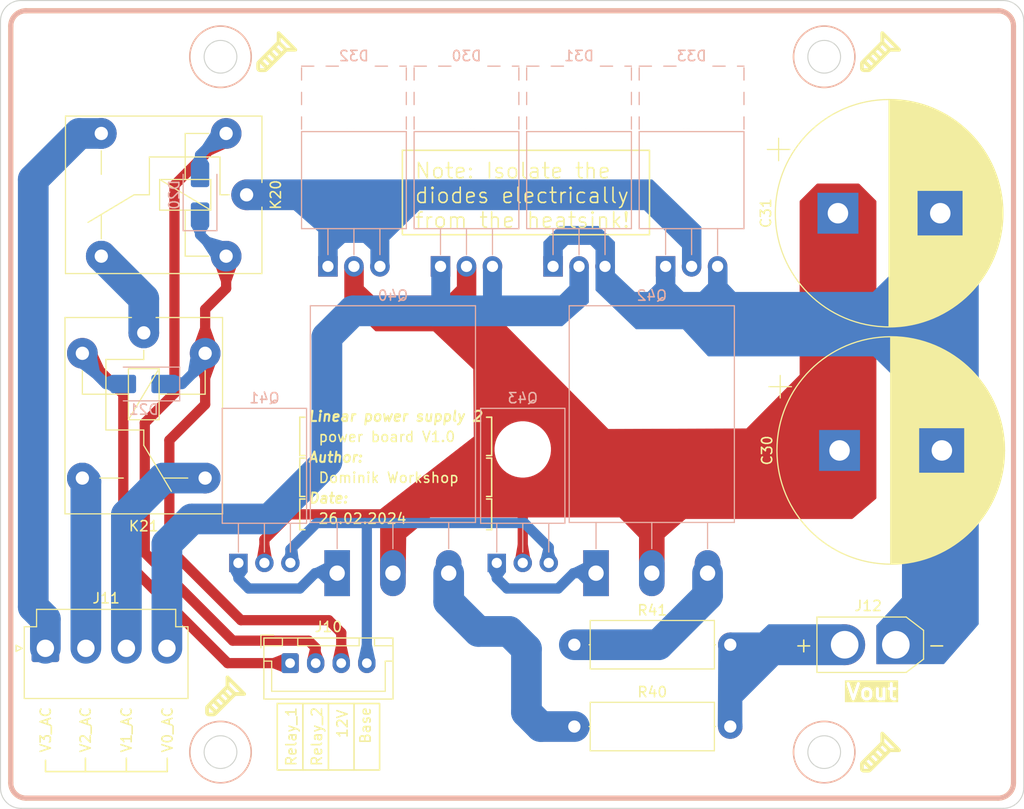
<source format=kicad_pcb>
(kicad_pcb (version 20240108) (generator "pcbnew") (generator_version "8.0")
  (title_block (title "Power board") (date "2024-02-28") (rev "1.0.0") (company "Dominik Workshop"))
  (layers (0 "F.Cu" signal) (31 "B.Cu" signal) (34 "B.Paste" user) (35 "F.Paste" user) (36 "B.SilkS" user "B.Silkscreen") (37 "F.SilkS" user "F.Silkscreen") (38 "B.Mask" user) (39 "F.Mask" user) (44 "Edge.Cuts" user))
  (net 0 "")
  (net 1 "/Rectifier/+DC")
  (net 2 "/Rectifier/-DC")
  (net 3 "/Rectifier/AC1")
  (net 4 "/Rectifier/AC2")
  (net 5 "/Tab selector/relay_VCC")
  (net 6 "/Tab selector/relay_2")
  (net 7 "/Tab selector/relay_1")
  (net 8 "/Tab selector/10V_AC")
  (net 9 "/Tab selector/20V_AC")
  (net 10 "/Tab selector/30V_AC")
  (net 11 "Net-(K20-Pad12)")
  (net 12 "/Series pass transistors/base")
  (net 13 "/Series pass transistors/emitter")
  (net 14 "/Series pass transistors/pwr_e1")
  (net 15 "/Series pass transistors/pwr_eb1")
  (net 16 "/Series pass transistors/pwr_e2")
  (net 17 "/Series pass transistors/pwr_eb2")
  (footprint "logos.preety:screw" (layer "F.Cu") (at 78 87.5)
    (property "Reference" "G***" (hide yes))
    (property "Value" "LOGO" (hide yes))
  )
  (footprint "Resistor_THT:R_Axial_DIN0414_L11.9mm_D4.5mm_P15.24mm_Horizontal" (layer "F.Cu") (at 112.08 90.5)
    (property "Reference" "R40" (at 7.62 -3.37 0) (layer "F.SilkS"))
    (property "Value" "0R2")
    (pad "1" thru_hole circle (at 0 0) (size 2.4 2.4) (drill 1.2) (layers "*.Cu" "*.Mask") (net 14 "/Series pass transistors/pwr_e1"))
    (pad "2" thru_hole oval (at 15.24 0) (size 2.4 2.4) (drill 1.2) (layers "*.Cu" "*.Mask") (net 13 "/Series pass transistors/emitter"))
  )
  (footprint "Capacitor_THT:CP_Radial_D22.0mm_P10.00mm_SnapIn" (layer "F.Cu") (at 137.842169 40.3)
    (property "Reference" "C31" (at -7.042169 0.000001 90) (layer "F.SilkS"))
    (property "Value" "2200u")
    (pad "1" thru_hole rect (at 0 0) (size 4 4) (drill 2) (layers "*.Cu" "*.Mask") (net 1 "/Rectifier/+DC"))
    (pad "2" thru_hole circle (at 10 0) (size 4 4) (drill 2) (layers "*.Cu" "*.Mask") (net 2 "/Rectifier/-DC"))
  )
  (footprint "logos.preety:screw" (layer "F.Cu") (at 83 24.5)
    (property "Reference" "G***" (hide yes))
    (property "Value" "LOGO" (hide yes))
  )
  (footprint "Relay_THT:Relay_SPDT_Finder_36.11" (layer "F.Cu") (at 80.05 38.5 180)
    (property "Reference" "K20" (at -2.85 0 90) (layer "F.SilkS"))
    (property "Value" "FINDER-40.41")
    (pad "11" thru_hole circle (at 0 0 180) (size 3 3) (drill 1.3) (layers "*.Cu" "*.Mask") (net 4 "/Rectifier/AC2"))
    (pad "12" thru_hole circle (at 14.2 -6 180) (size 3 3) (drill 1.3) (layers "*.Cu" "*.Mask") (net 11 "Net-(K20-Pad12)"))
    (pad "14" thru_hole circle (at 14.2 6 180) (size 3 3) (drill 1.3) (layers "*.Cu" "*.Mask") (net 10 "/Tab selector/30V_AC"))
    (pad "A1" thru_hole circle (at 2 6 180) (size 3 3) (drill 1.3) (layers "*.Cu" "*.Mask") (net 6 "/Tab selector/relay_2"))
    (pad "A2" thru_hole circle (at 2 -6 180) (size 3 3) (drill 1.3) (layers "*.Cu" "*.Mask") (net 5 "/Tab selector/relay_VCC"))
  )
  (footprint "Relay_THT:Relay_SPDT_Finder_36.11" (layer "F.Cu") (at 70 52 -90)
    (property "Reference" "K21" (at 18.9 0 180) (layer "F.SilkS"))
    (property "Value" "FINDER-40.41")
    (pad "11" thru_hole circle (at 0 0 270) (size 3 3) (drill 1.3) (layers "*.Cu" "*.Mask") (net 11 "Net-(K20-Pad12)"))
    (pad "12" thru_hole circle (at 14.2 -6 270) (size 3 3) (drill 1.3) (layers "*.Cu" "*.Mask") (net 8 "/Tab selector/10V_AC"))
    (pad "14" thru_hole circle (at 14.2 6 270) (size 3 3) (drill 1.3) (layers "*.Cu" "*.Mask") (net 9 "/Tab selector/20V_AC"))
    (pad "A1" thru_hole circle (at 2 6 270) (size 3 3) (drill 1.3) (layers "*.Cu" "*.Mask") (net 7 "/Tab selector/relay_1"))
    (pad "A2" thru_hole circle (at 2 -6 270) (size 3 3) (drill 1.3) (layers "*.Cu" "*.Mask") (net 5 "/Tab selector/relay_VCC"))
  )
  (footprint "Connector_JST:JST_XH_B4B-XH-A_1x04_P2.50mm_Vertical" (layer "F.Cu") (at 84.3 84.3)
    (property "Reference" "J10" (at 3.75 -3.55 0) (layer "F.SilkS"))
    (property "Value" "JST_B4B-XH-A")
    (pad "1" thru_hole roundrect (at 0 0) (size 1.7 1.95) (drill 0.95) (layers "*.Cu" "*.Mask") (roundrect_rratio 0.1470588235) (net 7 "/Tab selector/relay_1"))
    (pad "2" thru_hole oval (at 2.5 0) (size 1.7 1.95) (drill 0.95) (layers "*.Cu" "*.Mask") (net 6 "/Tab selector/relay_2"))
    (pad "3" thru_hole oval (at 5 0) (size 1.7 1.95) (drill 0.95) (layers "*.Cu" "*.Mask") (net 5 "/Tab selector/relay_VCC"))
    (pad "4" thru_hole oval (at 7.5 0) (size 1.7 1.95) (drill 0.95) (layers "*.Cu" "*.Mask") (net 12 "/Series pass transistors/base"))
  )
  (footprint "Connector_AMASS:AMASS_XT30U-F_1x02_P5.0mm_Vertical" (layer "F.Cu") (at 143.5 82.5 180)
    (property "Reference" "J12" (at 2.7 3.8 180) (layer "F.SilkS"))
    (property "Value" "XT30")
    (fp_text user "+" (at 9 0 180) (layer "F.SilkS") (effects (font (size 1.5 1.5))))
    (fp_text user "-" (at -4 0 180) (layer "F.SilkS") (effects (font (size 1.5 1.5))))
    (pad "1" thru_hole rect (at 0 0 180) (size 3.8 3.8) (drill 2.7) (layers "*.Cu" "*.Mask") (net 2 "/Rectifier/-DC"))
    (pad "2" thru_hole circle (at 5 0 180) (size 4 4) (drill 2.7) (layers "*.Cu" "*.Mask") (net 13 "/Series pass transistors/emitter"))
  )
  (footprint "logos.preety:screw" (layer "F.Cu") (at 142 24.5)
    (property "Reference" "G***" (hide yes))
    (property "Value" "LOGO" (hide yes))
  )
  (footprint "Capacitor_THT:CP_Radial_D22.0mm_P10.00mm_SnapIn" (layer "F.Cu") (at 138 63.5)
    (property "Reference" "C30" (at -7.084337 0.000001 90) (layer "F.SilkS"))
    (property "Value" "2200u")
    (pad "1" thru_hole rect (at 0 0) (size 4 4) (drill 2) (layers "*.Cu" "*.Mask") (net 1 "/Rectifier/+DC"))
    (pad "2" thru_hole circle (at 10 0) (size 4 4) (drill 2) (layers "*.Cu" "*.Mask") (net 2 "/Rectifier/-DC"))
  )
  (footprint "logos.preety:screw" (layer "F.Cu") (at 142 93)
    (property "Reference" "G***" (hide yes))
    (property "Value" "LOGO" (hide yes))
  )
  (footprint "Resistor_THT:R_Axial_DIN0414_L11.9mm_D4.5mm_P15.24mm_Horizontal" (layer "F.Cu") (at 112.08 82.5)
    (property "Reference" "R41" (at 7.62 -3.37 0) (layer "F.SilkS"))
    (property "Value" "0R2")
    (pad "1" thru_hole circle (at 0 0) (size 2.4 2.4) (drill 1.2) (layers "*.Cu" "*.Mask") (net 16 "/Series pass transistors/pwr_e2"))
    (pad "2" thru_hole oval (at 15.24 0) (size 2.4 2.4) (drill 1.2) (layers "*.Cu" "*.Mask") (net 13 "/Series pass transistors/emitter"))
  )
  (footprint "Connector_JST:JST_VH_B4P-VH_1x04_P3.96mm_Vertical" (layer "F.Cu") (at 60.3825 82.85)
    (property "Reference" "J11" (at 5.94 -4.9 0) (layer "F.SilkS"))
    (property "Value" "JST_B4P-VH ")
    (pad "1" thru_hole roundrect (at 0 0) (size 2.7 2.7) (drill 1.7) (layers "*.Cu" "*.Mask") (roundrect_rratio 0.09259296296) (net 10 "/Tab selector/30V_AC"))
    (pad "2" thru_hole circle (at 3.96 0) (size 2.7 2.7) (drill 1.7) (layers "*.Cu" "*.Mask") (net 9 "/Tab selector/20V_AC"))
    (pad "3" thru_hole circle (at 7.92 0) (size 2.7 2.7) (drill 1.7) (layers "*.Cu" "*.Mask") (net 8 "/Tab selector/10V_AC"))
    (pad "4" thru_hole circle (at 11.88 0) (size 2.7 2.7) (drill 1.7) (layers "*.Cu" "*.Mask") (net 3 "/Rectifier/AC1"))
  )
  (footprint "Diode_SMD:D_SMA" (layer "B.Cu") (at 70 57 180)
    (property "Reference" "D21" (at 0 -2.5 180) (layer "B.SilkS") (effects (justify mirror)))
    (property "Value" "BYG22B")
    (pad "1" smd roundrect (at -2 0 180) (size 2.5 1.8) (layers "B.Cu" "B.Paste" "B.Mask") (roundrect_rratio 0.1388888889) (net 5 "/Tab selector/relay_VCC"))
    (pad "2" smd roundrect (at 2 0 180) (size 2.5 1.8) (layers "B.Cu" "B.Paste" "B.Mask") (roundrect_rratio 0.1388888889) (net 7 "/Tab selector/relay_1"))
  )
  (footprint "Package_TO_SOT_THT:TO-220-3_Horizontal_TabUp" (layer "B.Cu") (at 99 45.5)
    (property "Reference" "D30" (at 2.54 -20.58 0) (layer "B.SilkS") (effects (justify mirror)))
    (property "Value" "MBR3045CT")
    (pad "" np_thru_hole circle (at 2.54 -16.66) (size 6 6) (drill 6) (layers "F&B.Cu" "*.Mask"))
    (pad "1" thru_hole rect (at 0 0) (size 1.905 2) (drill 1.1) (layers "*.Cu" "*.Mask") (net 3 "/Rectifier/AC1"))
    (pad "2" thru_hole oval (at 2.54 0) (size 1.905 2) (drill 1.1) (layers "*.Cu" "*.Mask") (net 1 "/Rectifier/+DC"))
    (pad "3" thru_hole oval (at 5.08 0) (size 1.905 2) (drill 1.1) (layers "*.Cu" "*.Mask") (net 3 "/Rectifier/AC1"))
  )
  (footprint "Package_TO_SOT_THT:TO-220-3_Horizontal_TabUp" (layer "B.Cu") (at 88 45.5)
    (property "Reference" "D32" (at 2.54 -20.58 0) (layer "B.SilkS") (effects (justify mirror)))
    (property "Value" "MBR3045CT")
    (pad "" np_thru_hole circle (at 2.54 -16.66) (size 6 6) (drill 6) (layers "F&B.Cu" "*.Mask"))
    (pad "1" thru_hole rect (at 0 0) (size 1.905 2) (drill 1.1) (layers "*.Cu" "*.Mask") (net 4 "/Rectifier/AC2"))
    (pad "2" thru_hole oval (at 2.54 0) (size 1.905 2) (drill 1.1) (layers "*.Cu" "*.Mask") (net 1 "/Rectifier/+DC"))
    (pad "3" thru_hole oval (at 5.08 0) (size 1.905 2) (drill 1.1) (layers "*.Cu" "*.Mask") (net 4 "/Rectifier/AC2"))
  )
  (footprint "Package_TO_SOT_THT:TO-126-3_Horizontal_TabUp" (layer "B.Cu") (at 104.5 74.5)
    (property "Reference" "Q43" (at 2.54 -16.12 0) (layer "B.SilkS") (effects (justify mirror)))
    (property "Value" "BD139")
    (pad "" np_thru_hole circle (at 2.54 -11.1) (size 5 5) (drill 5) (layers "F&B.Cu" "*.Mask"))
    (pad "1" thru_hole rect (at 0 0) (size 1.8 1.8) (drill 1) (layers "*.Cu" "*.Mask") (net 17 "/Series pass transistors/pwr_eb2"))
    (pad "2" thru_hole oval (at 2.54 0) (size 1.8 1.8) (drill 1) (layers "*.Cu" "*.Mask") (net 1 "/Rectifier/+DC"))
    (pad "3" thru_hole oval (at 5.08 0) (size 1.8 1.8) (drill 1) (layers "*.Cu" "*.Mask") (net 12 "/Series pass transistors/base"))
  )
  (footprint "Diode_SMD:D_SMA" (layer "B.Cu") (at 75.5 38.5 90)
    (property "Reference" "D20" (at 0 -2.5225 -90) (layer "B.SilkS") (effects (justify mirror)))
    (property "Value" "BYG22B")
    (pad "1" smd roundrect (at -2 0 90) (size 2.5 1.8) (layers "B.Cu" "B.Paste" "B.Mask") (roundrect_rratio 0.1388888889) (net 5 "/Tab selector/relay_VCC"))
    (pad "2" smd roundrect (at 2 0 90) (size 2.5 1.8) (layers "B.Cu" "B.Paste" "B.Mask") (roundrect_rratio 0.1388888889) (net 6 "/Tab selector/relay_2"))
  )
  (footprint "Package_TO_SOT_THT:TO-247-3_Horizontal_TabUp" (layer "B.Cu") (at 114.2 75.5)
    (property "Reference" "Q42" (at 5.45 -27.15 0) (layer "B.SilkS") (effects (justify mirror)))
    (property "Value" "BD249C")
    (pad "" np_thru_hole circle (at 5.45 -19.86) (size 6 6) (drill 6) (layers "F&B.Cu" "*.Mask"))
    (pad "1" thru_hole rect (at 0 0) (size 2.5 4.5) (drill 1.5) (layers "*.Cu" "*.Mask") (net 17 "/Series pass transistors/pwr_eb2"))
    (pad "2" thru_hole oval (at 5.45 0) (size 2.5 4.5) (drill 1.5) (layers "*.Cu" "*.Mask") (net 1 "/Rectifier/+DC"))
    (pad "3" thru_hole oval (at 10.9 0) (size 2.5 4.5) (drill 1.5) (layers "*.Cu" "*.Mask") (net 16 "/Series pass transistors/pwr_e2"))
  )
  (footprint "Package_TO_SOT_THT:TO-220-3_Horizontal_TabUp" (layer "B.Cu") (at 110 45.5)
    (property "Reference" "D31" (at 2.54 -20.58 0) (layer "B.SilkS") (effects (justify mirror)))
    (property "Value" "MBR3045CT")
    (pad "" np_thru_hole circle (at 2.54 -16.66) (size 6 6) (drill 6) (layers "F&B.Cu" "*.Mask"))
    (pad "1" thru_hole rect (at 0 0) (size 1.905 2) (drill 1.1) (layers "*.Cu" "*.Mask") (net 2 "/Rectifier/-DC"))
    (pad "2" thru_hole oval (at 2.54 0) (size 1.905 2) (drill 1.1) (layers "*.Cu" "*.Mask") (net 3 "/Rectifier/AC1"))
    (pad "3" thru_hole oval (at 5.08 0) (size 1.905 2) (drill 1.1) (layers "*.Cu" "*.Mask") (net 2 "/Rectifier/-DC"))
  )
  (footprint "Package_TO_SOT_THT:TO-247-3_Horizontal_TabUp" (layer "B.Cu") (at 88.9 75.5)
    (property "Reference" "Q40" (at 5.45 -27.15 0) (layer "B.SilkS") (effects (justify mirror)))
    (property "Value" "BD249C")
    (pad "" np_thru_hole circle (at 5.45 -19.86) (size 6 6) (drill 6) (layers "F&B.Cu" "*.Mask"))
    (pad "1" thru_hole rect (at 0 0) (size 2.5 4.5) (drill 1.5) (layers "*.Cu" "*.Mask") (net 15 "/Series pass transistors/pwr_eb1"))
    (pad "2" thru_hole oval (at 5.45 0) (size 2.5 4.5) (drill 1.5) (layers "*.Cu" "*.Mask") (net 1 "/Rectifier/+DC"))
    (pad "3" thru_hole oval (at 10.9 0) (size 2.5 4.5) (drill 1.5) (layers "*.Cu" "*.Mask") (net 14 "/Series pass transistors/pwr_e1"))
  )
  (footprint "Package_TO_SOT_THT:TO-220-3_Horizontal_TabUp" (layer "B.Cu") (at 121 45.5)
    (property "Reference" "D33" (at 2.54 -20.58 0) (layer "B.SilkS") (effects (justify mirror)))
    (property "Value" "MBR3045CT")
    (pad "" np_thru_hole circle (at 2.54 -16.66) (size 6 6) (drill 6) (layers "F&B.Cu" "*.Mask"))
    (pad "1" thru_hole rect (at 0 0) (size 1.905 2) (drill 1.1) (layers "*.Cu" "*.Mask") (net 2 "/Rectifier/-DC"))
    (pad "2" thru_hole oval (at 2.54 0) (size 1.905 2) (drill 1.1) (layers "*.Cu" "*.Mask") (net 4 "/Rectifier/AC2"))
    (pad "3" thru_hole oval (at 5.08 0) (size 1.905 2) (drill 1.1) (layers "*.Cu" "*.Mask") (net 2 "/Rectifier/-DC"))
  )
  (footprint "Package_TO_SOT_THT:TO-126-3_Horizontal_TabUp" (layer "B.Cu") (at 79.25 74.5)
    (property "Reference" "Q41" (at 2.54 -16.12 0) (layer "B.SilkS") (effects (justify mirror)))
    (property "Value" "BD139")
    (pad "" np_thru_hole circle (at 2.54 -11.1) (size 5 5) (drill 5) (layers "F&B.Cu" "*.Mask"))
    (pad "1" thru_hole rect (at 0 0) (size 1.8 1.8) (drill 1) (layers "*.Cu" "*.Mask") (net 15 "/Series pass transistors/pwr_eb1"))
    (pad "2" thru_hole oval (at 2.54 0) (size 1.8 1.8) (drill 1) (layers "*.Cu" "*.Mask") (net 1 "/Rectifier/+DC"))
    (pad "3" thru_hole oval (at 5.08 0) (size 1.8 1.8) (drill 1) (layers "*.Cu" "*.Mask") (net 12 "/Series pass transistors/base"))
  )
  (gr_line (start 58.5 20.5) (end 153.5 20.5) (stroke (width 0.5)) (layer "B.SilkS"))
  (gr_circle (center 77.5 25) (end 80.5 25) (stroke (width 0.15)) (fill none) (layer "B.SilkS"))
  (gr_circle (center 77.5 93) (end 80.5 93) (stroke (width 0.15)) (fill none) (layer "B.SilkS"))
  (gr_line (start 153.5 97.5) (end 58.5 97.5) (stroke (width 0.5)) (layer "B.SilkS"))
  (gr_line (start 57 96) (end 57 22) (stroke (width 0.5)) (layer "B.SilkS"))
  (gr_circle (center 136.5 93) (end 139.5 93) (stroke (width 0.15)) (fill none) (layer "B.SilkS"))
  (gr_arc (start 57 22) (mid 57.43934 20.93934) (end 58.5 20.5) (stroke (width 0.5)) (layer "B.SilkS"))
  (gr_arc (start 58.5 97.5) (mid 57.43934 97.06066) (end 57 96) (stroke (width 0.5)) (layer "B.SilkS"))
  (gr_line (start 155 22) (end 155 96) (stroke (width 0.5)) (layer "B.SilkS"))
  (gr_arc (start 153.5 20.5) (mid 154.56066 20.93934) (end 155 22) (stroke (width 0.5)) (layer "B.SilkS"))
  (gr_arc (start 155 96) (mid 154.56066 97.06066) (end 153.5 97.5) (stroke (width 0.5)) (layer "B.SilkS"))
  (gr_circle (center 136.5 25) (end 139.5 25) (stroke (width 0.15)) (fill none) (layer "B.SilkS"))
  (gr_circle (center 77.5 25) (end 80.5 25) (stroke (width 0.15)) (fill none) (layer "F.SilkS"))
  (gr_line (start 90.55 88.25) (end 90.55 94.75) (stroke (width 0.15)) (layer "F.SilkS"))
  (gr_rect (start 83.05 88.25) (end 93.05 94.75) (stroke (width 0.15)) (fill none) (layer "F.SilkS"))
  (gr_arc (start 58.5 97.5) (mid 57.43934 97.06066) (end 57 96) (stroke (width 0.5)) (layer "F.SilkS"))
  (gr_line (start 85.75 64.25) (end 85.25 64.25) (stroke (width 0.15)) (layer "F.SilkS"))
  (gr_circle (center 136.5 93) (end 139.5 93) (stroke (width 0.15)) (fill none) (layer "F.SilkS"))
  (gr_circle (center 77.5 93) (end 80.5 93) (stroke (width 0.15)) (fill none) (layer "F.SilkS"))
  (gr_line (start 88.05 88.25) (end 88.05 94.75) (stroke (width 0.15)) (layer "F.SilkS"))
  (gr_line (start 85.25 64) (end 85.75 64) (stroke (width 0.15)) (layer "F.SilkS"))
  (gr_line (start 104 68) (end 103.5 68) (stroke (width 0.15)) (layer "F.SilkS"))
  (gr_arc (start 155 96) (mid 154.56066 97.06066) (end 153.5 97.5) (stroke (width 0.5)) (layer "F.SilkS"))
  (gr_circle (center 136.5 25) (end 139.5 25) (stroke (width 0.15)) (fill none) (layer "F.SilkS"))
  (gr_line (start 103.5 64.25) (end 104 64.25) (stroke (width 0.15)) (layer "F.SilkS"))
  (gr_line (start 60.4 94.9) (end 60.4 93.8) (stroke (width 0.15)) (layer "F.SilkS"))
  (gr_line (start 85.75 60.25) (end 85.25 60.25) (stroke (width 0.15)) (layer "F.SilkS"))
  (gr_line (start 85.25 71.25) (end 85.75 71.25) (stroke (width 0.15)) (layer "F.SilkS"))
  (gr_arc (start 153.5 20.5) (mid 154.56066 20.93934) (end 155 22) (stroke (width 0.5)) (layer "F.SilkS"))
  (gr_line (start 104 60.25) (end 104 64) (stroke (width 0.15)) (layer "F.SilkS"))
  (gr_line (start 155 22) (end 155 96) (stroke (width 0.5)) (layer "F.SilkS"))
  (gr_line (start 85.75 68.25) (end 85.25 68.25) (stroke (width 0.15)) (layer "F.SilkS"))
  (gr_line (start 85.25 68.25) (end 85.25 71.25) (stroke (width 0.15)) (layer "F.SilkS"))
  (gr_arc (start 57 22) (mid 57.43934 20.93934) (end 58.5 20.5) (stroke (width 0.5)) (layer "F.SilkS"))
  (gr_line (start 104 71.25) (end 103.5 71.25) (stroke (width 0.15)) (layer "F.SilkS"))
  (gr_line (start 85.25 60.25) (end 85.25 64) (stroke (width 0.15)) (layer "F.SilkS"))
  (gr_line (start 85.25 64.25) (end 85.25 68) (stroke (width 0.15)) (layer "F.SilkS"))
  (gr_line (start 153.5 97.5) (end 58.5 97.5) (stroke (width 0.5)) (layer "F.SilkS"))
  (gr_line (start 104 64.25) (end 104 68) (stroke (width 0.15)) (layer "F.SilkS"))
  (gr_line (start 68.3 93.6) (end 68.3 94.9) (stroke (width 0.15)) (layer "F.SilkS"))
  (gr_line (start 103.5 68.25) (end 104 68.25) (stroke (width 0.15)) (layer "F.SilkS"))
  (gr_line (start 72.3 93.6) (end 72.3 94.9) (stroke (width 0.15)) (layer "F.SilkS"))
  (gr_line (start 64.3 93.6) (end 64.3 94.9) (stroke (width 0.15)) (layer "F.SilkS"))
  (gr_line (start 57 96) (end 57 22) (stroke (width 0.5)) (layer "F.SilkS"))
  (gr_line (start 58.5 20.5) (end 153.5 20.5) (stroke (width 0.5)) (layer "F.SilkS"))
  (gr_line (start 104 68.25) (end 104 71.25) (stroke (width 0.15)) (layer "F.SilkS"))
  (gr_line (start 104 64) (end 103.5 64) (stroke (width 0.15)) (layer "F.SilkS"))
  (gr_line (start 103.5 60.25) (end 104 60.25) (stroke (width 0.15)) (layer "F.SilkS"))
  (gr_line (start 85.55 88.25) (end 85.55 94.75) (stroke (width 0.15)) (layer "F.SilkS"))
  (gr_line (start 72.3 94.9) (end 60.4 94.9) (stroke (width 0.15)) (layer "F.SilkS"))
  (gr_line (start 85.25 68) (end 85.75 68) (stroke (width 0.15)) (layer "F.SilkS"))
  (gr_arc (start 156 96.5) (mid 155.414214 97.914214) (end 154 98.5) (stroke (width 0.1)) (layer "Edge.Cuts"))
  (gr_arc (start 154 19.5) (mid 155.414214 20.085786) (end 156 21.5) (stroke (width 0.1)) (layer "Edge.Cuts"))
  (gr_circle (center 136.5 25) (end 138.1 25) (stroke (width 0.1)) (fill none) (layer "Edge.Cuts"))
  (gr_line (start 156 21.5) (end 156 96.5) (stroke (width 0.1)) (layer "Edge.Cuts"))
  (gr_line (start 58 19.5) (end 154 19.5) (stroke (width 0.1)) (layer "Edge.Cuts"))
  (gr_circle (center 77.5 93) (end 79.1 93) (stroke (width 0.1)) (fill none) (layer "Edge.Cuts"))
  (gr_line (start 154 98.5) (end 58 98.5) (stroke (width 0.1)) (layer "Edge.Cuts"))
  (gr_arc (start 58 98.5) (mid 56.585786 97.914214) (end 56 96.5) (stroke (width 0.1)) (layer "Edge.Cuts"))
  (gr_line (start 56 96.5) (end 56 21.5) (stroke (width 0.1)) (layer "Edge.Cuts"))
  (gr_circle (center 136.5 93) (end 138.1 93) (stroke (width 0.1)) (fill none) (layer "Edge.Cuts"))
  (gr_circle (center 77.5 25) (end 79.1 25) (stroke (width 0.1)) (fill none) (layer "Edge.Cuts"))
  (gr_arc (start 56 21.5) (mid 56.585786 20.085786) (end 58 19.5) (stroke (width 0.1)) (layer "Edge.Cuts"))
  (gr_text "12V\n" (at 90 88.75 90) (layer "F.SilkS") (effects (font (size 1 1)) (justify right bottom)))
  (gr_text "26.02.2024" (at 87 70.75 0) (layer "F.SilkS") (effects (font (size 1 1)) (justify left bottom)))
  (gr_text "Dominik Workshop" (at 87 66.75 0) (layer "F.SilkS") (effects (font (size 1 1)) (justify left bottom)))
  (gr_text "Relay_2" (at 87.5 88.5 90) (layer "F.SilkS") (effects (font (size 1 1)) (justify right bottom)))
  (gr_text "V1_AC\n" (at 68.9 88.5 90) (layer "F.SilkS") (effects (font (size 1 1)) (justify right bottom)))
  (gr_text "power board V1.0\n" (at 87 62.75 0) (layer "F.SilkS") (effects (font (size 1 1)) (justify left bottom)))
  (gr_text "Date:\n" (at 86 68.75 0) (layer "F.SilkS") (effects (font (size 1 1) (thickness 0.2) (bold yes) (italic yes)) (justify left bottom)))
  (gr_text "Base\n" (at 92.25 88.5 90) (layer "F.SilkS") (effects (font (size 1 1)) (justify right bottom)))
  (gr_text "V2_AC\n" (at 64.9 88.5 90) (layer "F.SilkS") (effects (font (size 1 1)) (justify right bottom)))
  (gr_text "Author:" (at 86 64.75 0) (layer "F.SilkS") (effects (font (size 1 1) (thickness 0.2) (bold yes) (italic yes)) (justify left bottom)))
  (gr_text "Vout" (at 138.5 88 0) (layer "F.SilkS" knockout) (effects (font (size 1.5 1.5) (thickness 0.3) (bold yes)) (justify left bottom)))
  (gr_text "Linear power supply 2\n" (at 86 60.75 0) (layer "F.SilkS") (effects (font (size 1 1) (thickness 0.2) (bold yes) (italic yes)) (justify left bottom)))
  (gr_text "V3_AC\n" (at 61 88.5 90) (layer "F.SilkS") (effects (font (size 1 1)) (justify right bottom)))
  (gr_text "Relay_1" (at 85 88.5 90) (layer "F.SilkS") (effects (font (size 1 1)) (justify right bottom)))
  (gr_text "V0_AC\n" (at 72.9 88.5 90) (layer "F.SilkS") (effects (font (size 1 1)) (justify right bottom)))
  (gr_text_box "Note: Isolate the diodes electrically from the heatsink!" (start 95.275 34.15) (end 119.425 42.4) (layer "F.SilkS") (effects (font (size 1.5 1.5)) (justify left top)) (border yes) (stroke (width 0.15)))
  (segment (start 107.04 74.5) (end 107.04 69.04) (width 1) (layer "F.Cu") (net 1))
  (segment (start 84.25 69.75) (end 93.5 69.75) (width 1) (layer "F.Cu") (net 1))
  (segment (start 81.79 72.21) (end 84.25 69.75) (width 1) (layer "F.Cu") (net 1))
  (segment (start 81.79 74.5) (end 81.79 72.21) (width 1) (layer "F.Cu") (net 1))
  (segment (start 82.3 70.2) (end 87.9 64.6) (width 3) (layer "B.Cu") (net 3))
  (segment (start 87.9 52.4) (end 90.45 49.85) (width 3) (layer "B.Cu") (net 3))
  (segment (start 74.7 70.2) (end 82.3 70.2) (width 3) (layer "B.Cu") (net 3))
  (segment (start 72.2625 82.85) (end 72.2625 72.6375) (width 3) (layer "B.Cu") (net 3))
  (segment (start 90.45 49.85) (end 100.8 49.85) (width 3) (layer "B.Cu") (net 3))
  (segment (start 87.9 64.6) (end 87.9 52.4) (width 3) (layer "B.Cu") (net 3))
  (segment (start 72.2625 72.6375) (end 74.7 70.2) (width 3) (layer "B.Cu") (net 3))
  (segment (start 78.05 44.5) (end 78.05 47.65) (width 1) (layer "F.Cu") (net 5))
  (segment (start 72.5 62.5) (end 76 59) (width 1) (layer "F.Cu") (net 5))
  (segment (start 76 59) (end 76 54) (width 1) (layer "F.Cu") (net 5))
  (segment (start 72.5 73.1) (end 72.5 62.5) (width 1) (layer "F.Cu") (net 5))
  (segment (start 76 49.7) (end 76 54) (width 1) (layer "F.Cu") (net 5))
  (segment (start 89.3 81.325) (end 88.075 80.1) (width 1) (layer "F.Cu") (net 5))
  (segment (start 89.3 84.3) (end 89.3 81.325) (width 1) (layer "F.Cu") (net 5))
  (segment (start 78.05 47.65) (end 76 49.7) (width 1) (layer "F.Cu") (net 5))
  (segment (start 79.5 80.1) (end 72.5 73.1) (width 1) (layer "F.Cu") (net 5))
  (segment (start 88.075 80.1) (end 79.5 80.1) (width 1) (layer "F.Cu") (net 5))
  (segment (start 75.5 40.5) (end 75.5 42.4) (width 1) (layer "B.Cu") (net 5))
  (segment (start 75.5 42.4) (end 77.6 44.5) (width 1) (layer "B.Cu") (net 5))
  (segment (start 76 54.75) (end 76 54) (width 1) (layer "B.Cu") (net 5))
  (segment (start 72 57) (end 73.75 57) (width 1) (layer "B.Cu") (net 5))
  (segment (start 73.75 57) (end 76 54.75) (width 1) (layer "B.Cu") (net 5))
  (segment (start 77.6 44.5) (end 78.05 44.5) (width 1) (layer "B.Cu") (net 5))
  (segment (start 86.8 82.8) (end 86.1 82.1) (width 1) (layer "F.Cu") (net 6))
  (segment (start 73 57.9) (end 73 37.55) (width 1) (layer "F.Cu") (net 6))
  (segment (start 86.1 82.1) (end 78.7 82.1) (width 1) (layer "F.Cu") (net 6))
  (segment (start 70.1 60.8) (end 73 57.9) (width 1) (layer "F.Cu") (net 6))
  (segment (start 70.1 73.5) (end 70.1 60.8) (width 1) (layer "F.Cu") (net 6))
  (segment (start 73 37.55) (end 78.05 32.5) (width 1) (layer "F.Cu") (net 6))
  (segment (start 78.7 82.1) (end 70.1 73.5) (width 1) (layer "F.Cu") (net 6))
  (segment (start 86.8 84.3) (end 86.8 82.8) (width 1) (layer "F.Cu") (net 6))
  (segment (start 77.6 32.5) (end 78.05 32.5) (width 1) (layer "B.Cu") (net 6))
  (segment (start 75.5 36.5) (end 75.5 34.6) (width 1) (layer "B.Cu") (net 6))
  (segment (start 75.5 34.6) (end 77.6 32.5) (width 1) (layer "B.Cu") (net 6))
  (segment (start 68 74.1) (end 68 58) (width 1) (layer "F.Cu") (net 7))
  (segment (start 68 58) (end 64 54) (width 1) (layer "F.Cu") (net 7))
  (segment (start 84.3 84.3) (end 78.2 84.3) (width 1) (layer "F.Cu") (net 7))
  (segment (start 78.2 84.3) (end 68 74.1) (width 1) (layer "F.Cu") (net 7))
  (segment (start 64 54.7) (end 64 54) (width 1) (layer "B.Cu") (net 7))
  (segment (start 66.3 57) (end 64 54.7) (width 1) (layer "B.Cu") (net 7))
  (segment (start 68 57) (end 66.3 57) (width 1) (layer "B.Cu") (net 7))
  (segment (start 68.3025 69.7975) (end 68.3025 82.85) (width 3) (layer "B.Cu") (net 8))
  (segment (start 76 66.2) (end 71.9 66.2) (width 3) (layer "B.Cu") (net 8))
  (segment (start 71.9 66.2) (end 68.3025 69.7975) (width 3) (layer "B.Cu") (net 8))
  (segment (start 64.3425 66.5425) (end 64 66.2) (width 3) (layer "B.Cu") (net 9))
  (segment (start 64.3425 82.85) (end 64.3425 66.5425) (width 3) (layer "B.Cu") (net 9))
  (segment (start 63.7 32.5) (end 59.2 37) (width 3) (layer "B.Cu") (net 10))
  (segment (start 59.2 78.8) (end 60.3825 79.9825) (width 3) (layer "B.Cu") (net 10))
  (segment (start 60.3825 79.9825) (end 60.3825 82.85) (width 3) (layer "B.Cu") (net 10))
  (segment (start 59.2 37) (end 59.2 78.8) (width 3) (layer "B.Cu") (net 10))
  (segment (start 65.85 32.5) (end 63.7 32.5) (width 3) (layer "B.Cu") (net 10))
  (segment (start 70 48.65) (end 65.85 44.5) (width 3) (layer "B.Cu") (net 11))
  (segment (start 70 52) (end 70 48.65) (width 3) (layer "B.Cu") (net 11))
  (segment (start 91.6 70.6) (end 107.2 70.6) (width 1) (layer "B.Cu") (net 12))
  (segment (start 91.8 70.8) (end 91.6 70.6) (width 1) (layer "B.Cu") (net 12))
  (segment (start 91.8 84.3) (end 91.8 70.8) (width 1) (layer "B.Cu") (net 12))
  (segment (start 109.58 72.98) (end 109.58 74.5) (width 1) (layer "B.Cu") (net 12))
  (segment (start 84.33 74.5) (end 84.33 73.17) (width 1) (layer "B.Cu") (net 12))
  (segment (start 107.2 70.6) (end 109.58 72.98) (width 1) (layer "B.Cu") (net 12))
  (segment (start 84.33 73.17) (end 86.9 70.6) (width 1) (layer "B.Cu") (net 12))
  (segment (start 86.9 70.6) (end 91.6 70.6) (width 1) (layer "B.Cu") (net 12))
  (segment (start 108.8 90.5) (end 112.08 90.5) (width 3) (layer "B.Cu") (net 14))
  (segment (start 99.8 75.5) (end 99.8 78.3) (width 3) (layer "B.Cu") (net 14))
  (segment (start 107.4 82.9) (end 107.4 89.1) (width 3) (layer "B.Cu") (net 14))
  (segment (start 105.7 81.2) (end 107.4 82.9) (width 3) (layer "B.Cu") (net 14))
  (segment (start 107.4 89.1) (end 108.8 90.5) (width 3) (layer "B.Cu") (net 14))
  (segment (start 102.7 81.2) (end 105.7 81.2) (width 3) (layer "B.Cu") (net 14))
  (segment (start 99.8 78.3) (end 102.7 81.2) (width 3) (layer "B.Cu") (net 14))
  (segment (start 80.25 77) (end 85.25 77) (width 1) (layer "B.Cu") (net 15))
  (segment (start 86.75 75.5) (end 88.9 75.5) (width 1) (layer "B.Cu") (net 15))
  (segment (start 85.25 77) (end 86.75 75.5) (width 1) (layer "B.Cu") (net 15))
  (segment (start 79.25 76) (end 80.25 77) (width 1) (layer "B.Cu") (net 15))
  (segment (start 79.25 74.5) (end 79.25 76) (width 1) (layer "B.Cu") (net 15))
  (segment (start 125.1 75.5) (end 125.1 77.7) (width 3) (layer "B.Cu") (net 16))
  (segment (start 120.3 82.5) (end 112.08 82.5) (width 3) (layer "B.Cu") (net 16))
  (segment (start 125.1 77.7) (end 120.3 82.5) (width 3) (layer "B.Cu") (net 16))
  (segment (start 104.5 76) (end 105.5 77) (width 1) (layer "B.Cu") (net 17))
  (segment (start 105.5 77) (end 110.5 77) (width 1) (layer "B.Cu") (net 17))
  (segment (start 104.5 74.5) (end 104.5 76) (width 1) (layer "B.Cu") (net 17))
  (segment (start 110.5 77) (end 112 75.5) (width 1) (layer "B.Cu") (net 17))
  (segment (start 112 75.5) (end 114.2 75.5) (width 1) (layer "B.Cu") (net 17))
  (zone (net 1) (net_name "/Rectifier/+DC") (layer "F.Cu") (priority 2) (connect_pads yes (clearance 0.2)) (min_thickness 0.25) (fill yes (thermal_gap 0.3) (thermal_bridge_width 1))
    (polygon (pts (xy 89.6 48.85) (xy 92.65 51.85) (xy 98.3 51.85) (xy 102.2 55.55) (xy 102.25 62.15) (xy 93.1 69.25) (xy 93.1 75.45) (xy 95.6 75.6) (xy 95.65 72) (xy 98 70.05) (xy 116.5 70.05) (xy 118.4 72) (xy 118.4 75.5) (xy 120.9 75.5) (xy 120.9 72) (xy 122.95 70.2) (xy 139.25 70.2) (xy 141.6 68.2) (xy 141.6 39.1) (xy 139.9 37.4) (xy 135.8 37.4) (xy 134.1 39.1) (xy 134.1 56.1) (xy 128.9 61.35) (xy 115.4 61.4) (xy 102.5 48.35) (xy 102.5 45.5) (xy 100.6 45.5) (xy 100.6 47.45) (xy 99.7 48.35) (xy 92.45 48.35) (xy 91.5 47.45) (xy 91.5 45.5) (xy 89.6 45.5)))
  )
  (zone (net 3) (net_name "/Rectifier/AC1") (layer "B.Cu") (priority 1) (connect_pads yes (clearance 0.2)) (min_thickness 0.25) (fill yes (thermal_gap 0.5) (thermal_bridge_width 0.5))
    (polygon (pts (xy 98.1 45.5) (xy 98.1 51.35) (xy 110.9 51.35) (xy 113.5 49.05) (xy 113.5 45.5) (xy 111.6 45.5) (xy 111.6 47.4) (xy 110.65 48.35) (xy 105 48.35) (xy 105 45.5) (xy 103.15 45.5) (xy 103.15 48.35) (xy 99.95 48.35) (xy 99.95 45.5)))
  )
  (zone (net 13) (net_name "/Series pass transistors/emitter") (layer "B.Cu") (priority 3) (connect_pads yes (clearance 0.2)) (min_thickness 0.25) (fill yes (thermal_gap 0.3) (thermal_bridge_width 1))
    (polygon (pts (xy 126.15 82.5) (xy 127.3 81.3) (xy 130.2 81.3) (xy 131.05 80.5) (xy 138.5 80.5) (xy 138.5 84.5) (xy 132 84.5) (xy 128.5 88) (xy 128.5 90.55) (xy 127.35 91.7) (xy 126.1 90.55)))
  )
  (zone (net 4) (net_name "/Rectifier/AC2") (layer "B.Cu") (connect_pads yes (clearance 0.2)) (min_thickness 0.25) (fill yes (thermal_gap 0.5) (thermal_bridge_width 0.5))
    (polygon (pts (xy 80 37) (xy 119.7 37) (xy 124.5 41.65) (xy 124.5 45.5) (xy 122.6 45.5) (xy 122.6 43.65) (xy 118.9 40) (xy 96.95 40) (xy 94 42.9) (xy 94 45.5) (xy 92.15 45.5) (xy 92.15 43.85) (xy 91.45 43.2) (xy 89.65 43.2) (xy 88.95 43.85) (xy 88.95 45.5) (xy 87.05 45.5) (xy 87.05 42.1) (xy 84.65 40) (xy 80 40)))
  )
  (zone (net 2) (net_name "/Rectifier/-DC") (layer "B.Cu") (priority 4) (connect_pads yes (clearance 0.2)) (min_thickness 0.25) (fill yes (thermal_gap 0.3) (thermal_bridge_width 1))
    (polygon (pts (xy 141.6 84.4) (xy 148.2 84.4) (xy 151.6 80.5) (xy 151.6 39.2) (xy 149.9 37.4) (xy 145.8 37.4) (xy 144.1 39.2) (xy 144.1 45.2) (xy 141.25 48) (xy 127.8 48) (xy 127.05 47.2) (xy 127.05 45.45) (xy 125.15 45.45) (xy 125.15 47.2) (xy 124.35 48) (xy 122.75 48) (xy 121.95 47.2) (xy 121.95 45.35) (xy 120.05 45.35) (xy 120.05 47.2) (xy 119.25 48) (xy 118 48) (xy 116.05 46.15) (xy 116.05 43.1) (xy 114.45 41.55) (xy 110.6 41.55) (xy 109.05 43.1) (xy 109.05 45.5) (xy 110.95 45.5) (xy 110.95 43.9) (xy 111.45 43.4) (xy 113.65 43.4) (xy 114.15 43.9) (xy 114.15 47.85) (xy 118.1 51.65) (xy 122.7 51.65) (xy 125.15 54.3) (xy 141.3 54.3) (xy 144.1 57.05) (xy 144.1 77.9) (xy 141.6 80.6)))
  )
)
</source>
